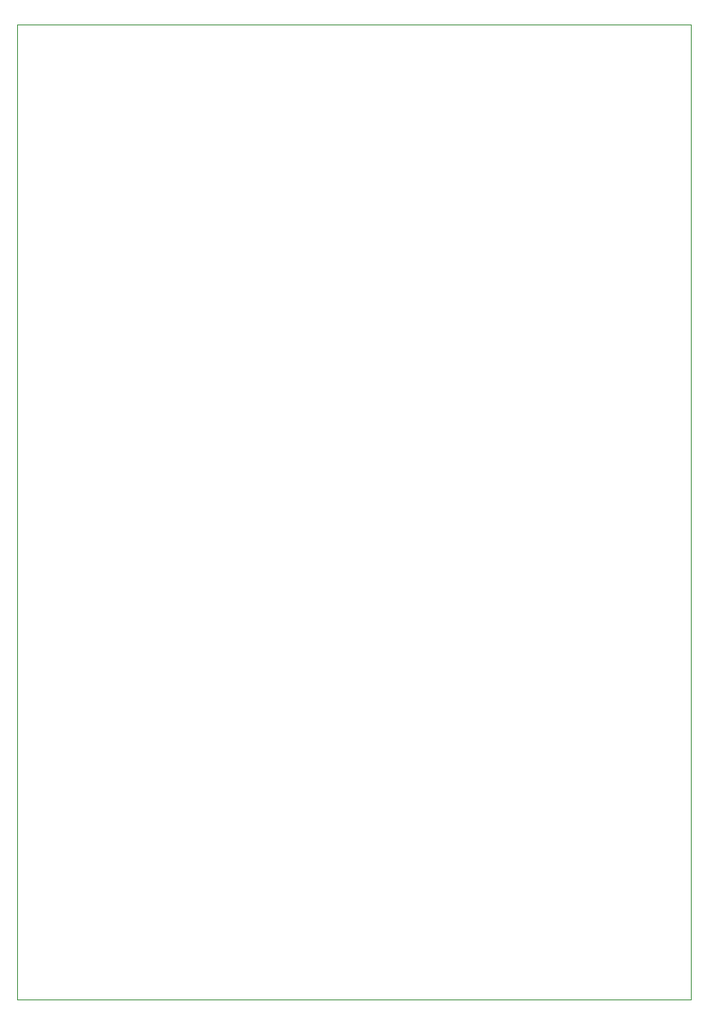
<source format=gm1>
G04 #@! TF.FileFunction,Profile,NP*
%FSLAX46Y46*%
G04 Gerber Fmt 4.6, Leading zero omitted, Abs format (unit mm)*
G04 Created by KiCad (PCBNEW 4.0.7) date 03/26/18 11:27:05*
%MOMM*%
%LPD*%
G01*
G04 APERTURE LIST*
%ADD10C,0.100000*%
G04 APERTURE END LIST*
D10*
X118110000Y-52705000D02*
X118110000Y-153670000D01*
X187960000Y-52705000D02*
X187960000Y-153670000D01*
X118110000Y-52705000D02*
X187960000Y-52705000D01*
X187960000Y-153670000D02*
X118110000Y-153670000D01*
M02*

</source>
